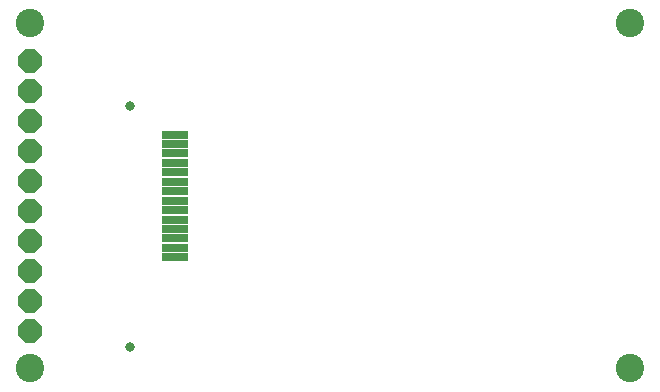
<source format=gbr>
G04 EAGLE Gerber RS-274X export*
G75*
%MOMM*%
%FSLAX34Y34*%
%LPD*%
%INSoldermask Bottom*%
%IPPOS*%
%AMOC8*
5,1,8,0,0,1.08239X$1,22.5*%
G01*
%ADD10C,2.403200*%
%ADD11R,2.203200X0.703200*%
%ADD12C,0.803200*%
%ADD13P,2.144431X8X22.500000*%


D10*
X-254000Y146050D03*
X-254000Y-146050D03*
X254000Y-146050D03*
X254000Y146050D03*
D11*
X-131000Y-44000D03*
X-131000Y-36000D03*
X-131000Y-28000D03*
X-131000Y-20000D03*
X-131000Y-12000D03*
X-131000Y-4000D03*
X-131000Y4000D03*
X-131000Y12000D03*
X-131000Y20000D03*
X-131000Y28000D03*
X-131000Y36000D03*
X-131000Y44000D03*
X-131000Y52000D03*
X-131000Y-52000D03*
D12*
X-169000Y-128000D03*
X-169000Y76500D03*
D13*
X-254000Y114300D03*
X-254000Y88900D03*
X-254000Y63500D03*
X-254000Y38100D03*
X-254000Y12700D03*
X-254000Y-12700D03*
X-254000Y-38100D03*
X-254000Y-63500D03*
X-254000Y-88900D03*
X-254000Y-114300D03*
M02*

</source>
